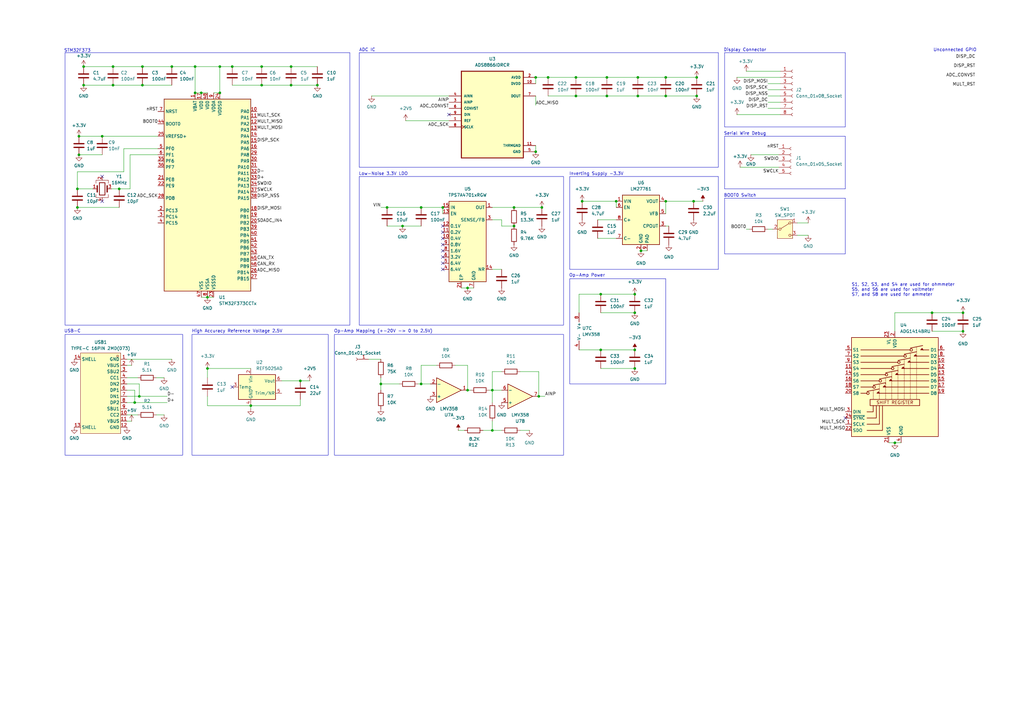
<source format=kicad_sch>
(kicad_sch (version 20250114) (generator "eeschema") (generator_version "9.0")
  (paper "A3")
  (rectangle (start 26.67 21.59) (end 143.51 133.35))
  (rectangle (start 297.18 21.59) (end 346.71 52.07))
  (rectangle (start 297.18 55.88) (end 346.71 77.47))
  (rectangle (start 147.32 21.59) (end 294.64 68.58))
  (rectangle (start 233.68 72.39) (end 294.64 110.49))
  (rectangle (start 233.68 114.3) (end 273.05 157.48))
  (rectangle (start 297.18 81.28) (end 346.71 104.14))
  (rectangle (start 78.74 137.16) (end 134.62 186.69))
  (rectangle (start 147.32 72.39) (end 231.14 133.35))
  (rectangle (start 26.67 137.16) (end 74.93 186.69))
  (rectangle (start 137.16 137.16) (end 231.14 186.69))
  (text "USB-C\n" (at 29.718 135.89 0) (effects (font (size 1.27 1.27))))
  (text "S1, S2, S3, and S4 are used for ohmmeter\nS5, and S6 are used for voltmeter\nS7, and S8 are used for ammeter" (at 349.25 118.872 0) (effects (font (size 1.27 1.27)) (justify left)))
  (text "Low-Noise 3.3V LDO" (at 157.226 71.374 0) (effects (font (size 1.27 1.27))))
  (text "High Accuracy Reference Voltage 2.5V\n" (at 97.282 135.89 0) (effects (font (size 1.27 1.27))))
  (text "Op-Amp Power" (at 240.792 113.03 0) (effects (font (size 1.27 1.27))))
  (text "BOOT0 Switch\n" (at 303.53 80.264 0) (effects (font (size 1.27 1.27))))
  (text "Unconnected GPIO\n" (at 391.668 20.574 0) (effects (font (size 1.27 1.27))))
  (text "Op-Amp Mapping (+-20V -> 0 to 2.5V)" (at 157.226 135.89 0) (effects (font (size 1.27 1.27))))
  (text "Display Connector\n" (at 305.562 20.574 0) (effects (font (size 1.27 1.27))))
  (text "ADC IC" (at 150.622 20.574 0) (effects (font (size 1.27 1.27))))
  (text "STM32F373" (at 31.75 20.828 0) (effects (font (size 1.27 1.27))))
  (text "Serial Wire Debug\n" (at 305.562 54.864 0) (effects (font (size 1.27 1.27))))
  (text "Inverting Supply -3.3V\n" (at 244.602 71.374 0) (effects (font (size 1.27 1.27))))
  (junction (at 260.35 143.51))
  (junction (at 260.35 151.13))
  (junction (at 32.385 63.5))
  (junction (at 236.22 31.75))
  (junction (at 58.42 27.305))
  (junction (at 273.05 39.37))
  (junction (at 31.75 85.09))
  (junction (at 219.71 62.23))
  (junction (at 238.76 82.55))
  (junction (at 172.72 157.48))
  (junction (at 46.355 27.305))
  (junction (at 219.71 31.75))
  (junction (at 220.98 162.56))
  (junction (at 210.82 85.09))
  (junction (at 284.48 82.55))
  (junction (at 82.55 38.1))
  (junction (at 260.35 120.65))
  (junction (at 236.22 39.37))
  (junction (at 31.75 77.47))
  (junction (at 191.77 118.11))
  (junction (at 285.75 31.75))
  (junction (at 70.485 27.305))
  (junction (at 260.35 128.27))
  (junction (at 85.09 151.13))
  (junction (at 34.29 34.925))
  (junction (at 394.97 135.89))
  (junction (at 394.97 128.27))
  (junction (at 55.245 165.1))
  (junction (at 58.42 34.925))
  (junction (at 46.355 34.925))
  (junction (at 80.01 27.305))
  (junction (at 285.75 39.37))
  (junction (at 57.15 162.56))
  (junction (at 246.38 120.65))
  (junction (at 246.38 143.51))
  (junction (at 90.17 27.305))
  (junction (at 90.17 38.1))
  (junction (at 248.92 31.75))
  (junction (at 119.38 34.925))
  (junction (at 261.62 31.75))
  (junction (at 48.895 77.47))
  (junction (at 123.19 156.21))
  (junction (at 102.87 166.37))
  (junction (at 156.21 157.48))
  (junction (at 273.05 31.75))
  (junction (at 34.29 27.305))
  (junction (at 172.72 85.09))
  (junction (at 252.73 82.55))
  (junction (at 262.89 102.87))
  (junction (at 85.09 121.92))
  (junction (at 201.93 160.02))
  (junction (at 261.62 39.37))
  (junction (at 367.03 181.61))
  (junction (at 210.82 92.71))
  (junction (at 80.01 38.1))
  (junction (at 107.315 27.305))
  (junction (at 382.27 128.27))
  (junction (at 32.385 55.88))
  (junction (at 248.92 39.37))
  (junction (at 181.61 85.09))
  (junction (at 158.75 85.09))
  (junction (at 201.93 176.53))
  (junction (at 41.91 55.88))
  (junction (at 165.1 92.71))
  (junction (at 273.05 82.55))
  (junction (at 107.315 34.925))
  (junction (at 224.79 31.75))
  (junction (at 119.38 27.305))
  (junction (at 130.175 34.925))
  (junction (at 222.25 85.09))
  (junction (at 95.25 27.305))
  (junction (at 191.77 160.02))
  (no_connect (at 41.91 72.39))
  (no_connect (at 346.71 171.45))
  (no_connect (at 95.25 158.75))
  (no_connect (at 181.61 100.33))
  (no_connect (at 181.61 102.87))
  (no_connect (at 181.61 107.95))
  (no_connect (at 41.91 82.55))
  (no_connect (at 184.15 46.99))
  (no_connect (at 181.61 97.79))
  (no_connect (at 181.61 110.49))
  (no_connect (at 181.61 95.25))
  (no_connect (at 181.61 92.71))
  (no_connect (at 181.61 105.41))
  (wire (pts (xy 102.87 166.37) (xy 123.19 166.37)))
  (wire (pts (xy 70.485 27.305) (xy 80.01 27.305)))
  (wire (pts (xy 201.93 152.4) (xy 201.93 160.02)))
  (wire (pts (xy 50.8 60.96) (xy 50.8 70.485)))
  (wire (pts (xy 158.75 85.09) (xy 172.72 85.09)))
  (wire (pts (xy 238.76 82.55) (xy 252.73 82.55)))
  (wire (pts (xy 245.11 90.17) (xy 252.73 90.17)))
  (wire (pts (xy 52.07 172.72) (xy 53.975 172.72)))
  (wire (pts (xy 284.48 82.55) (xy 288.29 82.55)))
  (wire (pts (xy 273.05 92.71) (xy 274.32 92.71)))
  (wire (pts (xy 237.49 120.65) (xy 246.38 120.65)))
  (wire (pts (xy 123.19 156.21) (xy 127 156.21)))
  (wire (pts (xy 191.77 160.02) (xy 193.04 160.02)))
  (wire (pts (xy 252.73 82.55) (xy 252.73 85.09)))
  (wire (pts (xy 246.38 151.13) (xy 260.35 151.13)))
  (wire (pts (xy 224.79 39.37) (xy 236.22 39.37)))
  (wire (pts (xy 367.03 181.61) (xy 369.57 181.61)))
  (wire (pts (xy 53.34 77.47) (xy 53.34 63.5)))
  (wire (pts (xy 213.36 152.4) (xy 220.98 152.4)))
  (wire (pts (xy 262.89 102.87) (xy 265.43 102.87)))
  (wire (pts (xy 201.93 176.53) (xy 205.74 176.53)))
  (wire (pts (xy 219.71 31.75) (xy 224.79 31.75)))
  (wire (pts (xy 52.07 160.02) (xy 55.245 160.02)))
  (wire (pts (xy 201.93 160.02) (xy 201.93 165.1)))
  (wire (pts (xy 314.96 93.98) (xy 316.865 93.98)))
  (wire (pts (xy 394.97 128.27) (xy 382.27 128.27)))
  (wire (pts (xy 58.42 27.305) (xy 70.485 27.305)))
  (wire (pts (xy 382.27 135.89) (xy 394.97 135.89)))
  (wire (pts (xy 57.15 157.48) (xy 57.15 162.56)))
  (wire (pts (xy 107.315 27.305) (xy 119.38 27.305)))
  (wire (pts (xy 201.93 152.4) (xy 205.74 152.4)))
  (wire (pts (xy 285.75 31.75) (xy 273.05 31.75)))
  (wire (pts (xy 87.63 38.1) (xy 90.17 38.1)))
  (wire (pts (xy 57.15 157.48) (xy 52.07 157.48)))
  (wire (pts (xy 55.245 165.1) (xy 52.07 165.1)))
  (wire (pts (xy 171.45 157.48) (xy 172.72 157.48)))
  (wire (pts (xy 80.01 27.305) (xy 80.01 38.1)))
  (wire (pts (xy 45.72 77.47) (xy 48.895 77.47)))
  (wire (pts (xy 52.07 170.18) (xy 56.515 170.18)))
  (wire (pts (xy 201.93 90.17) (xy 205.74 90.17)))
  (wire (pts (xy 90.17 27.305) (xy 95.25 27.305)))
  (wire (pts (xy 151.13 147.32) (xy 156.21 147.32)))
  (wire (pts (xy 302.26 31.75) (xy 320.04 31.75)))
  (wire (pts (xy 181.61 85.09) (xy 181.61 87.63)))
  (wire (pts (xy 53.34 63.5) (xy 64.77 63.5)))
  (wire (pts (xy 246.38 120.65) (xy 260.35 120.65)))
  (wire (pts (xy 220.98 162.56) (xy 223.52 162.56)))
  (wire (pts (xy 210.82 85.09) (xy 222.25 85.09)))
  (wire (pts (xy 273.05 31.75) (xy 261.62 31.75)))
  (wire (pts (xy 201.93 172.72) (xy 201.93 176.53)))
  (wire (pts (xy 172.72 85.09) (xy 181.61 85.09)))
  (wire (pts (xy 156.21 157.48) (xy 156.21 160.02)))
  (wire (pts (xy 85.09 154.94) (xy 85.09 151.13)))
  (wire (pts (xy 246.38 128.27) (xy 260.35 128.27)))
  (wire (pts (xy 48.895 77.47) (xy 53.34 77.47)))
  (wire (pts (xy 52.07 147.32) (xy 70.485 147.32)))
  (wire (pts (xy 102.87 167.64) (xy 102.87 166.37)))
  (wire (pts (xy 34.29 34.925) (xy 46.355 34.925)))
  (wire (pts (xy 187.96 176.53) (xy 190.5 176.53)))
  (wire (pts (xy 201.93 110.49) (xy 205.74 110.49)))
  (wire (pts (xy 198.12 176.53) (xy 201.93 176.53)))
  (wire (pts (xy 55.245 165.1) (xy 68.58 165.1)))
  (wire (pts (xy 172.72 149.86) (xy 172.72 157.48)))
  (wire (pts (xy 217.17 176.53) (xy 213.36 176.53)))
  (wire (pts (xy 327.025 96.52) (xy 331.47 96.52)))
  (wire (pts (xy 246.38 143.51) (xy 260.35 143.51)))
  (wire (pts (xy 41.91 55.88) (xy 64.77 55.88)))
  (wire (pts (xy 82.55 121.92) (xy 85.09 121.92)))
  (wire (pts (xy 314.96 44.45) (xy 320.04 44.45)))
  (wire (pts (xy 31.75 70.485) (xy 31.75 77.47)))
  (wire (pts (xy 327.025 91.44) (xy 331.47 91.44)))
  (wire (pts (xy 31.75 77.47) (xy 38.1 77.47)))
  (wire (pts (xy 382.27 128.27) (xy 367.03 128.27)))
  (wire (pts (xy 32.385 55.88) (xy 41.91 55.88)))
  (wire (pts (xy 52.07 149.86) (xy 53.975 149.86)))
  (wire (pts (xy 236.22 31.75) (xy 248.92 31.75)))
  (wire (pts (xy 248.92 31.75) (xy 261.62 31.75)))
  (wire (pts (xy 314.96 41.91) (xy 320.04 41.91)))
  (wire (pts (xy 119.38 34.925) (xy 107.315 34.925)))
  (wire (pts (xy 156.21 157.48) (xy 163.83 157.48)))
  (wire (pts (xy 314.96 36.83) (xy 320.04 36.83)))
  (wire (pts (xy 200.66 160.02) (xy 201.93 160.02)))
  (wire (pts (xy 201.93 85.09) (xy 210.82 85.09)))
  (wire (pts (xy 364.49 181.61) (xy 367.03 181.61)))
  (wire (pts (xy 123.19 163.83) (xy 123.19 166.37)))
  (wire (pts (xy 85.09 121.92) (xy 87.63 121.92)))
  (wire (pts (xy 166.37 49.53) (xy 184.15 49.53)))
  (wire (pts (xy 95.25 27.305) (xy 107.315 27.305)))
  (wire (pts (xy 189.23 118.11) (xy 191.77 118.11)))
  (wire (pts (xy 237.49 143.51) (xy 246.38 143.51)))
  (wire (pts (xy 52.07 162.56) (xy 57.15 162.56)))
  (wire (pts (xy 80.01 27.305) (xy 90.17 27.305)))
  (wire (pts (xy 248.92 39.37) (xy 261.62 39.37)))
  (wire (pts (xy 119.38 34.925) (xy 130.175 34.925)))
  (wire (pts (xy 172.72 157.48) (xy 176.53 157.48)))
  (wire (pts (xy 156.21 85.09) (xy 158.75 85.09)))
  (wire (pts (xy 80.01 38.1) (xy 82.55 38.1)))
  (wire (pts (xy 191.77 118.11) (xy 194.31 118.11)))
  (wire (pts (xy 152.4 39.37) (xy 184.15 39.37)))
  (wire (pts (xy 248.92 39.37) (xy 236.22 39.37)))
  (wire (pts (xy 64.135 154.94) (xy 67.31 154.94)))
  (wire (pts (xy 306.07 29.21) (xy 320.04 29.21)))
  (wire (pts (xy 50.8 70.485) (xy 31.75 70.485)))
  (wire (pts (xy 219.71 43.18) (xy 219.71 39.37)))
  (wire (pts (xy 273.05 82.55) (xy 273.05 87.63)))
  (wire (pts (xy 302.26 46.99) (xy 320.04 46.99)))
  (wire (pts (xy 205.74 160.02) (xy 201.93 160.02)))
  (wire (pts (xy 34.29 27.305) (xy 46.355 27.305)))
  (wire (pts (xy 64.135 170.18) (xy 67.31 170.18)))
  (wire (pts (xy 303.53 68.58) (xy 319.405 68.58)))
  (wire (pts (xy 307.975 63.5) (xy 319.405 63.5)))
  (wire (pts (xy 306.07 93.98) (xy 307.34 93.98)))
  (wire (pts (xy 314.96 34.29) (xy 320.04 34.29)))
  (wire (pts (xy 85.09 151.13) (xy 102.87 151.13)))
  (wire (pts (xy 85.09 162.56) (xy 85.09 166.37)))
  (wire (pts (xy 156.21 154.94) (xy 156.21 157.48)))
  (wire (pts (xy 107.315 34.925) (xy 95.25 34.925)))
  (wire (pts (xy 237.49 128.27) (xy 237.49 120.65)))
  (wire (pts (xy 165.1 92.71) (xy 172.72 92.71)))
  (wire (pts (xy 273.05 82.55) (xy 284.48 82.55)))
  (wire (pts (xy 50.8 60.96) (xy 64.77 60.96)))
  (wire (pts (xy 31.75 85.09) (xy 48.895 85.09)))
  (wire (pts (xy 46.355 27.305) (xy 58.42 27.305)))
  (wire (pts (xy 219.71 59.69) (xy 219.71 62.23)))
  (wire (pts (xy 205.74 92.71) (xy 210.82 92.71)))
  (wire (pts (xy 367.03 128.27) (xy 367.03 135.89)))
  (wire (pts (xy 245.11 97.79) (xy 252.73 97.79)))
  (wire (pts (xy 55.245 160.02) (xy 55.245 165.1)))
  (wire (pts (xy 85.09 38.1) (xy 82.55 38.1)))
  (wire (pts (xy 90.17 27.305) (xy 90.17 38.1)))
  (wire (pts (xy 220.98 152.4) (xy 220.98 162.56)))
  (wire (pts (xy 314.96 39.37) (xy 320.04 39.37)))
  (wire (pts (xy 186.69 149.86) (xy 191.77 149.86)))
  (wire (pts (xy 158.75 92.71) (xy 165.1 92.71)))
  (wire (pts (xy 58.42 34.925) (xy 70.485 34.925)))
  (wire (pts (xy 85.09 166.37) (xy 102.87 166.37)))
  (wire (pts (xy 273.05 39.37) (xy 261.62 39.37)))
  (wire (pts (xy 224.79 31.75) (xy 236.22 31.75)))
  (wire (pts (xy 179.07 149.86) (xy 172.72 149.86)))
  (wire (pts (xy 285.75 39.37) (xy 273.05 39.37)))
  (wire (pts (xy 119.38 27.305) (xy 130.175 27.305)))
  (wire (pts (xy 57.15 162.56) (xy 68.58 162.56)))
  (wire (pts (xy 46.355 34.925) (xy 58.42 34.925)))
  (wire (pts (xy 32.385 63.5) (xy 41.91 63.5)))
  (wire (pts (xy 52.07 154.94) (xy 56.515 154.94)))
  (wire (pts (xy 219.71 31.75) (xy 219.71 34.29)))
  (wire (pts (xy 191.77 149.86) (xy 191.77 160.02)))
  (wire (pts (xy 205.74 90.17) (xy 205.74 92.71)))
  (wire (pts (xy 115.57 156.21) (xy 123.19 156.21)))
  (label "D+" (at 105.41 73.66 0))
  (label "SDADC_IN4" (at 105.41 91.44 0))
  (label "AINP" (at 184.15 41.91 180))
  (label "MULT_MOSI" (at 346.71 168.91 180))
  (label "SWCLK" (at 319.405 71.12 180))
  (label "ADC_SCK" (at 64.77 81.28 180))
  (label "DISP_SCK" (at 105.41 58.42 0))
  (label "VIN" (at 156.21 85.09 180))
  (label "D-" (at 68.58 162.56 0))
  (label "DISP_SCK" (at 314.96 36.83 180))
  (label "MULT_MOSI" (at 105.41 53.34 0))
  (label "BOOT0" (at 64.77 50.8 180))
  (label "MULT_RST" (at 400.05 35.56 180))
  (label "nRST" (at 319.405 60.96 180))
  (label "MULT_SCK" (at 105.41 48.26 0))
  (label "MULT_SCK" (at 346.71 173.99 180))
  (label "AINP" (at 223.52 162.56 0))
  (label "DISP_RST" (at 314.96 44.45 180))
  (label "MULT_MISO" (at 346.71 176.53 180))
  (label "D+" (at 68.58 165.1 0))
  (label "ADC_MISO" (at 105.41 111.76 0))
  (label "BOOT0" (at 306.07 93.98 180))
  (label "DISP_MOSI" (at 314.96 34.29 180))
  (label "CAN_RX" (at 105.41 109.22 0))
  (label "ADC_CONVST" (at 184.15 44.45 180))
  (label "SWDIO" (at 105.41 76.2 0))
  (label "nRST" (at 64.77 45.72 180))
  (label "ADC_CONVST" (at 400.05 31.75 180))
  (label "SWDIO" (at 319.405 66.04 180))
  (label "DISP_NSS" (at 105.41 81.28 0))
  (label "DISP_MOSI" (at 105.41 86.36 0))
  (label "SWCLK" (at 105.41 78.74 0))
  (label "DISP_NSS" (at 314.96 39.37 180))
  (label "ADC_MISO" (at 219.71 43.18 0))
  (label "CAN_TX" (at 105.41 106.68 0))
  (label "MULT_MISO" (at 105.41 50.8 0))
  (label "ADC_SCK" (at 184.15 52.07 180))
  (label "D-" (at 105.41 71.12 0))
  (label "DISP_DC" (at 314.96 41.91 180))
  (label "DISP_DC" (at 400.05 24.13 180))
  (label "DISP_RST" (at 400.05 27.94 180))
  (symbol (lib_id "Device:C") (at 130.175 31.115 0) (unit 1)
    (property "Reference" "C10" (at 133.985 29.8449 0) (effects (justify left)))
    (property "Value" "1uF" (at 133.985 32.3849 0) (effects (justify left)))
    (property "Description" "Unpolarized capacitor" (effects (hide yes)))
  )
  (symbol (lib_id "Device:C") (at 224.79 35.56 0) (unit 1)
    (property "Reference" "C22" (at 228.6 34.2899 0) (effects (justify left)))
    (property "Value" "10nF" (at 228.6 36.8299 0) (effects (justify left)))
    (property "Description" "Unpolarized capacitor" (effects (hide yes)))
  )
  (symbol (lib_id "power:GND") (at 30.48 175.26 0) (unit 1)
    (property "Reference" "#PWR010" (effects (hide yes)))
    (property "Value" "GND" (at 30.48 179.705 0))
    (property "Description" "Power symbol creates a global label with name \"GND\" , ground" (effects (hide yes)))
  )
  (symbol (lib_id "Device:C") (at 260.35 147.32 0) (unit 1)
    (property "Reference" "C34" (at 264.16 146.0499 0) (effects (justify left)))
    (property "Value" "1uF" (at 264.16 148.5899 0) (effects (justify left)))
    (property "Description" "Unpolarized capacitor" (effects (hide yes)))
  )
  (symbol (lib_id "power:+3.3V") (at 260.35 120.65 0) (unit 1)
    (property "Reference" "#PWR047" (effects (hide yes)))
    (property "Value" "+3.3V" (at 260.35 115.57 0))
    (property "Description" "Power symbol creates a global label with name \"+3.3V\"" (effects (hide yes)))
  )
  (symbol (lib_id "power:GND") (at 210.82 100.33 0) (mirror y) (unit 1)
    (property "Reference" "#PWR035" (effects (hide yes)))
    (property "Value" "GND" (at 210.82 104.775 0))
    (property "Description" "Power symbol creates a global label with name \"GND\" , ground" (effects (hide yes)))
  )
  (symbol (lib_id "Device:C") (at 246.38 124.46 0) (unit 1)
    (property "Reference" "C31" (at 250.19 123.1899 0) (effects (justify left)))
    (property "Value" "100nF" (at 250.19 125.7299 0) (effects (justify left)))
    (property "Description" "Unpolarized capacitor" (effects (hide yes)))
  )
  (symbol (lib_id "Device:C") (at 245.11 93.98 0) (unit 1)
    (property "Reference" "C15" (at 248.92 92.7099 0) (effects (justify left)))
    (property "Value" "1uF" (at 248.92 95.2499 0) (effects (justify left)))
    (property "Description" "Unpolarized capacitor" (effects (hide yes)))
  )
  (symbol (lib_id "power:GND") (at 285.75 39.37 0) (mirror y) (unit 1)
    (property "Reference" "#PWR030" (effects (hide yes)))
    (property "Value" "GND" (at 285.75 43.815 0))
    (property "Description" "Power symbol creates a global label with name \"GND\" , ground" (effects (hide yes)))
  )
  (symbol (lib_id "power:GND") (at 30.48 147.32 0) (unit 1)
    (property "Reference" "#PWR09" (effects (hide yes)))
    (property "Value" "GND" (at 30.48 151.765 0))
    (property "Description" "Power symbol creates a global label with name \"GND\" , ground" (effects (hide yes)))
  )
  (symbol (lib_id "power:GND") (at 262.89 102.87 0) (unit 1)
    (property "Reference" "#PWR042" (effects (hide yes)))
    (property "Value" "GND" (at 262.89 107.95 0))
    (property "Description" "Power symbol creates a global label with name \"GND\" , ground" (effects (hide yes)))
  )
  (symbol (lib_id "power:+2V5") (at 127 156.21 0) (unit 1)
    (property "Reference" "#PWR039" (effects (hide yes)))
    (property "Value" "+2V5" (at 127 151.13 0))
    (property "Description" "Power symbol creates a global label with name \"+2V5\"" (effects (hide yes)))
  )
  (symbol (lib_id "power:+3.3V") (at 331.47 91.44 0) (unit 1)
    (property "Reference" "#PWR017" (effects (hide yes)))
    (property "Value" "+3.3V" (at 331.47 86.995 0))
    (property "Description" "Power symbol creates a global label with name \"+3.3V\"" (effects (hide yes)))
  )
  (symbol (lib_id "Device:C") (at 34.29 31.115 0) (unit 1)
    (property "Reference" "C1" (at 38.1 29.8449 0) (effects (justify left)))
    (property "Value" "4.7uF" (at 38.1 32.3849 0) (effects (justify left)))
    (property "Description" "Unpolarized capacitor" (effects (hide yes)))
  )
  (symbol (lib_id "power:GND") (at 302.26 31.75 0) (unit 1)
    (property "Reference" "#PWR024" (effects (hide yes)))
    (property "Value" "GND" (at 302.26 36.195 0))
    (property "Description" "Power symbol creates a global label with name \"GND\" , ground" (effects (hide yes)))
  )
  (symbol (lib_id "power:GND") (at 260.35 128.27 0) (mirror y) (unit 1)
    (property "Reference" "#PWR046" (effects (hide yes)))
    (property "Value" "GND" (at 260.35 132.715 0))
    (property "Description" "Power symbol creates a global label with name \"GND\" , ground" (effects (hide yes)))
  )
  (symbol (lib_id "Reference_Voltage:REF5025AD") (at 105.41 158.75 0) (unit 1)
    (property "Reference" "U2" (at 105.0133 148.59 0) (effects (justify left)))
    (property "Value" "REF5025AD" (at 105.0133 151.13 0) (effects (justify left)))
    (property "Footprint" "Package_SO:SOIC-8_3.9x4.9mm_P1.27mm" (effects (hide yes)))
    (property "Datasheet" "http://www.ti.com/lit/ds/symlink/ref5030.pdf" (effects (hide yes)))
    (property "Description" "2.5V 0.1% 10mA Low Noise Precision Voltage Reference, SO-8" (effects (hide yes)))
  )
  (symbol (lib_id "power:+2V5") (at 166.37 49.53 0) (unit 1)
    (property "Reference" "#PWR026" (effects (hide yes)))
    (property "Value" "+2V5" (at 166.37 44.45 0))
    (property "Description" "Power symbol creates a global label with name \"+2V5\"" (effects (hide yes)))
  )
  (symbol (lib_id "Device:R") (at 194.31 176.53 270) (unit 1)
    (property "Reference" "R12" (at 195.961 182.499 90) (effects (justify right)))
    (property "Value" "8.2K" (at 196.85 180.086 90) (effects (justify right)))
    (property "Description" "Resistor" (effects (hide yes)))
  )
  (symbol (lib_id "Device:C") (at 172.72 88.9 0) (unit 1)
    (property "Reference" "C17" (at 176.53 87.6299 0) (effects (justify left)))
    (property "Value" "100nF" (at 176.53 90.1699 0) (effects (justify left)))
    (property "Description" "Unpolarized capacitor" (effects (hide yes)))
  )
  (symbol (lib_id "power:GND") (at 222.25 92.71 0) (mirror y) (unit 1)
    (property "Reference" "#PWR036" (effects (hide yes)))
    (property "Value" "GND" (at 222.25 97.155 0))
    (property "Description" "Power symbol creates a global label with name \"GND\" , ground" (effects (hide yes)))
  )
  (symbol (lib_id "Device:R") (at 210.82 88.9 0) (unit 1)
    (property "Reference" "R5" (at 213.36 87.6299 0) (effects (justify left)))
    (property "Value" "13.3K" (at 213.36 90.1699 0) (effects (justify left)))
    (property "Description" "Resistor" (effects (hide yes)))
  )
  (symbol (lib_id "Device:C") (at 246.38 147.32 0) (unit 1)
    (property "Reference" "C33" (at 250.19 146.0499 0) (effects (justify left)))
    (property "Value" "100nF" (at 250.19 148.5899 0) (effects (justify left)))
    (property "Description" "Unpolarized capacitor" (effects (hide yes)))
  )
  (symbol (lib_id "power:-3V3") (at 288.29 82.55 0) (unit 1)
    (property "Reference" "#PWR044" (effects (hide yes)))
    (property "Value" "-3V3" (at 288.29 77.47 0))
    (property "Description" "Power symbol creates a global label with name \"-3V3\"" (effects (hide yes)))
  )
  (symbol (lib_id "Connector:Conn_01x08_Socket") (at 325.12 36.83 0) (unit 1)
    (property "Reference" "J2" (at 326.39 36.8299 0) (effects (justify left)))
    (property "Value" "Conn_01x08_Socket" (at 326.39 39.3699 0) (effects (justify left)))
    (property "Description" "Generic connector, single row, 01x08, script generated" (effects (hide yes)))
  )
  (symbol (lib_id "Device:C") (at 95.25 31.115 0) (unit 1)
    (property "Reference" "C7" (at 99.06 29.8449 0) (effects (justify left)))
    (property "Value" "10nF" (at 99.06 32.3849 0) (effects (justify left)))
    (property "Description" "Unpolarized capacitor" (effects (hide yes)))
  )
  (symbol (lib_id "Device:C") (at 394.97 132.08 0) (unit 1)
    (property "Reference" "C25" (at 398.78 130.8099 0) (effects (justify left)))
    (property "Value" "1uF" (at 398.78 133.3499 0) (effects (justify left)))
    (property "Description" "Unpolarized capacitor" (effects (hide yes)))
  )
  (symbol (lib_id "power:+3.3V") (at 303.53 68.58 0) (unit 1)
    (property "Reference" "#PWR08" (effects (hide yes)))
    (property "Value" "+3.3V" (at 303.53 64.135 0))
    (property "Description" "Power symbol creates a global label with name \"+3.3V\"" (effects (hide yes)))
  )
  (symbol (lib_id "Device:C") (at 222.25 88.9 0) (unit 1)
    (property "Reference" "C27" (at 226.06 87.6299 0) (effects (justify left)))
    (property "Value" "1uF" (at 226.06 90.1699 0) (effects (justify left)))
    (property "Description" "Unpolarized capacitor" (effects (hide yes)))
  )
  (symbol (lib_id "Device:R") (at 209.55 176.53 270) (unit 1)
    (property "Reference" "R13" (at 211.201 182.499 90) (effects (justify right)))
    (property "Value" "10K" (at 211.201 179.959 90) (effects (justify right)))
    (property "Description" "Resistor" (effects (hide yes)))
  )
  (symbol (lib_id "power:GND") (at 52.07 175.26 0) (unit 1)
    (property "Reference" "#PWR011" (effects (hide yes)))
    (property "Value" "GND" (at 52.07 179.705 0))
    (property "Description" "Power symbol creates a global label with name \"GND\" , ground" (effects (hide yes)))
  )
  (symbol (lib_id "Device:C") (at 382.27 132.08 0) (unit 1)
    (property "Reference" "C24" (at 386.08 130.8099 0) (effects (justify left)))
    (property "Value" "100nF" (at 386.08 133.3499 0) (effects (justify left)))
    (property "Description" "Unpolarized capacitor" (effects (hide yes)))
  )
  (symbol (lib_id "Device:C") (at 274.32 96.52 0) (unit 1)
    (property "Reference" "C29" (at 278.13 95.2499 0) (effects (justify left)))
    (property "Value" "4.7uF" (at 278.13 97.7899 0) (effects (justify left)))
    (property "Description" "Unpolarized capacitor" (effects (hide yes)))
  )
  (symbol (lib_id "Amplifier_Operational:LMV358") (at 240.03 135.89 0) (unit 3)
    (property "Reference" "U7" (at 238.76 134.6199 0) (effects (justify left)))
    (property "Value" "LMV358" (at 238.76 137.1599 0) (effects (justify left)))
    (property "Datasheet" "http://www.ti.com/lit/ds/symlink/lmv324.pdf" (effects (hide yes)))
    (property "Description" "Dual Low-Voltage Rail-to-Rail Output Operational Amplifiers, SOIC-8/SSOP-8" (effects (hide yes)))
  )
  (symbol (lib_id "power:GND") (at 217.17 176.53 0) (unit 1)
    (property "Reference" "#PWR051" (effects (hide yes)))
    (property "Value" "GND" (at 217.17 181.61 0))
    (property "Description" "Power symbol creates a global label with name \"GND\" , ground" (effects (hide yes)))
  )
  (symbol (lib_id "Device:C") (at 48.895 81.28 0) (unit 1)
    (property "Reference" "C12" (at 52.07 80.01 0) (effects (justify left)))
    (property "Value" "10pF" (at 52.07 82.55 0) (effects (justify left)))
    (property "Description" "Unpolarized capacitor" (effects (hide yes)))
  )
  (symbol (lib_id "Connector:Conn_01x05_Socket") (at 324.485 66.04 0) (unit 1)
    (property "Reference" "J1" (at 326.39 64.7699 0) (effects (justify left)))
    (property "Value" "Conn_01x05_Socket" (at 326.39 67.3099 0) (effects (justify left)))
    (property "Description" "Generic connector, single row, 01x05, script generated" (effects (hide yes)))
  )
  (symbol (lib_id "power:+3.3V") (at 394.97 128.27 0) (unit 1)
    (property "Reference" "#PWR031" (effects (hide yes)))
    (property "Value" "+3.3V" (at 394.97 123.19 0))
    (property "Description" "Power symbol creates a global label with name \"+3.3V\"" (effects (hide yes)))
  )
  (symbol (lib_id "power:GND") (at 130.175 34.925 0) (mirror y) (unit 1)
    (property "Reference" "#PWR02" (effects (hide yes)))
    (property "Value" "GND" (at 130.175 39.37 0))
    (property "Description" "Power symbol creates a global label with name \"GND\" , ground" (effects (hide yes)))
  )
  (symbol (lib_id "Device:R") (at 156.21 151.13 0) (unit 1)
    (property "Reference" "R6" (at 158.75 149.8599 0) (effects (justify left)))
    (property "Value" "75K" (at 158.75 152.3999 0) (effects (justify left)))
    (property "Description" "Resistor" (effects (hide yes)))
  )
  (symbol (lib_id "Switch:SW_SPDT") (at 321.945 93.98 0) (unit 1)
    (property "Reference" "SW1" (at 321.945 85.725 0))
    (property "Value" "SW_SPDT" (at 321.945 88.265 0))
    (property "Description" "Switch, single pole double throw" (effects (hide yes)))
  )
  (symbol (lib_id "Amplifier_Operational:LMV358") (at 213.36 162.56 0) (mirror x) (unit 2)
    (property "Reference" "U7" (at 213.36 172.72 0))
    (property "Value" "LMV358" (at 213.36 170.18 0))
    (property "Datasheet" "http://www.ti.com/lit/ds/symlink/lmv324.pdf" (effects (hide yes)))
    (property "Description" "Dual Low-Voltage Rail-to-Rail Output Operational Amplifiers, SOIC-8/SSOP-8" (effects (hide yes)))
  )
  (symbol (lib_id "power:GND") (at 331.47 96.52 0) (unit 1)
    (property "Reference" "#PWR018" (effects (hide yes)))
    (property "Value" "GND" (at 331.47 100.965 0))
    (property "Description" "Power symbol creates a global label with name \"GND\" , ground" (effects (hide yes)))
  )
  (symbol (lib_id "power:-3V3") (at 260.35 143.51 0) (unit 1)
    (property "Reference" "#PWR049" (effects (hide yes)))
    (property "Value" "-3V3" (at 260.35 138.43 0))
    (property "Description" "Power symbol creates a global label with name \"-3V3\"" (effects (hide yes)))
  )
  (symbol (lib_id "Device:R") (at 156.21 163.83 0) (unit 1)
    (property "Reference" "R7" (at 158.75 162.5599 0) (effects (justify left)))
    (property "Value" "10K" (at 158.75 165.0999 0) (effects (justify left)))
    (property "Description" "Resistor" (effects (hide yes)))
  )
  (symbol (lib_id "Device:R") (at 182.88 149.86 90) (unit 1)
    (property "Reference" "R9" (at 182.88 143.51 90))
    (property "Value" "10K" (at 182.88 146.05 90))
    (property "Description" "Resistor" (effects (hide yes)))
  )
  (symbol (lib_id "power:+5V") (at 53.975 149.86 0) (unit 1)
    (property "Reference" "#PWR013" (effects (hide yes)))
    (property "Value" "+5V" (at 53.975 145.415 0))
    (property "Description" "Power symbol creates a global label with name \"+5V\"" (effects (hide yes)))
  )
  (symbol (lib_id "Device:C") (at 248.92 35.56 0) (unit 1)
    (property "Reference" "C19" (at 252.73 34.2899 0) (effects (justify left)))
    (property "Value" "1uF" (at 252.73 36.8299 0) (effects (justify left)))
    (property "Description" "Unpolarized capacitor" (effects (hide yes)))
  )
  (symbol (lib_id "power:GND") (at 238.76 90.17 0) (unit 1)
    (property "Reference" "#PWR041" (effects (hide yes)))
    (property "Value" "GND" (at 238.76 95.25 0))
    (property "Description" "Power symbol creates a global label with name \"GND\" , ground" (effects (hide yes)))
  )
  (symbol (lib_id "Connector:Conn_01x01_Socket") (at 146.05 147.32 180) (unit 1)
    (property "Reference" "J3" (at 146.685 142.24 0))
    (property "Value" "Conn_01x01_Socket" (at 146.685 144.78 0))
    (property "Description" "Generic connector, single row, 01x01, script generated" (effects (hide yes)))
  )
  (symbol (lib_id "Device:R") (at 210.82 96.52 0) (unit 1)
    (property "Reference" "R4" (at 213.36 95.2499 0) (effects (justify left)))
    (property "Value" "9.76K" (at 213.36 97.7899 0) (effects (justify left)))
    (property "Description" "Resistor" (effects (hide yes)))
  )
  (symbol (lib_id "Device:C") (at 85.09 158.75 0) (unit 1)
    (property "Reference" "C13" (at 88.9 157.4799 0) (effects (justify left)))
    (property "Value" "1uF" (at 88.9 160.0199 0) (effects (justify left)))
    (property "Description" "Unpolarized capacitor" (effects (hide yes)))
  )
  (symbol (lib_id "Device:C") (at 205.74 114.3 0) (unit 1)
    (property "Reference" "C26" (at 209.55 113.0299 0) (effects (justify left)))
    (property "Value" "1uF" (at 209.55 115.5699 0) (effects (justify left)))
    (property "Description" "Unpolarized capacitor" (effects (hide yes)))
  )
  (symbol (lib_id "Device:C") (at 58.42 31.115 0) (unit 1)
    (property "Reference" "C3" (at 62.23 29.8449 0) (effects (justify left)))
    (property "Value" "100nF" (at 62.23 32.3849 0) (effects (justify left)))
    (property "Description" "Unpolarized capacitor" (effects (hide yes)))
  )
  (symbol (lib_id "power:GND") (at 156.21 167.64 0) (unit 1)
    (property "Reference" "#PWR050" (effects (hide yes)))
    (property "Value" "GND" (at 156.21 172.085 0))
    (property "Description" "Power symbol creates a global label with name \"GND\" , ground" (effects (hide yes)))
  )
  (symbol (lib_id "Amplifier_Operational:LMV358") (at 184.15 160.02 0) (mirror x) (unit 1)
    (property "Reference" "U7" (at 184.15 170.18 0))
    (property "Value" "LMV358" (at 184.15 167.64 0))
    (property "Datasheet" "http://www.ti.com/lit/ds/symlink/lmv324.pdf" (effects (hide yes)))
    (property "Description" "Dual Low-Voltage Rail-to-Rail Output Operational Amplifiers, SOIC-8/SSOP-8" (effects (hide yes)))
  )
  (symbol (lib_id "Device:C") (at 119.38 31.115 0) (unit 1)
    (property "Reference" "C5" (at 123.19 29.8449 0) (effects (justify left)))
    (property "Value" "1uF" (at 123.19 32.3849 0) (effects (justify left)))
    (property "Description" "Unpolarized capacitor" (effects (hide yes)))
  )
  (symbol (lib_id "power:GND") (at 260.35 151.13 0) (mirror y) (unit 1)
    (property "Reference" "#PWR048" (effects (hide yes)))
    (property "Value" "GND" (at 260.35 155.575 0))
    (property "Description" "Power symbol creates a global label with name \"GND\" , ground" (effects (hide yes)))
  )
  (symbol (lib_id "power:GND") (at 165.1 92.71 0) (mirror y) (unit 1)
    (property "Reference" "#PWR021" (effects (hide yes)))
    (property "Value" "GND" (at 165.1 97.155 0))
    (property "Description" "Power symbol creates a global label with name \"GND\" , ground" (effects (hide yes)))
  )
  (symbol (lib_id "Device:C") (at 158.75 88.9 0) (unit 1)
    (property "Reference" "C16" (at 162.56 87.6299 0) (effects (justify left)))
    (property "Value" "10uF" (at 162.56 90.1699 0) (effects (justify left)))
    (property "Description" "Unpolarized capacitor" (effects (hide yes)))
  )
  (symbol (lib_id "Device:C") (at 70.485 31.115 0) (unit 1)
    (property "Reference" "C4" (at 73.66 29.8449 0) (effects (justify left)))
    (property "Value" "100nF" (at 73.66 32.3849 0) (effects (justify left)))
    (property "Description" "Unpolarized capacitor" (effects (hide yes)))
  )
  (symbol (lib_id "Device:R") (at 196.85 160.02 90) (unit 1)
    (property "Reference" "R10" (at 196.85 153.67 90))
    (property "Value" "10K" (at 196.85 156.21 90))
    (property "Description" "Resistor" (effects (hide yes)))
  )
  (symbol (lib_id "Regulator_Linear:TPS7A4701xRGW") (at 191.77 100.33 0) (unit 1)
    (property "Reference" "U5" (at 191.77 77.47 0))
    (property "Value" "TPS7A4701xRGW" (at 191.77 80.01 0))
    (property "Footprint" "Package_DFN_QFN:Texas_RGW0020A_VQFN-20-1EP_5x5mm_P0.65mm_EP3.15x3.15mm_ThermalVias" (effects (hide yes)))
    (property "Datasheet" "https://www.ti.com/lit/ds/symlink/tps7a47.pdf" (effects (hide yes)))
    (property "Description" "1A, Low-Noise Low-Dropout Voltage Regulator, 3-35V Input, Adjustable 1.4-34V Output, VQFN-20" (effects (hide yes)))
  )
  (symbol (lib_id "Analog_Switch:ADG1414BRU") (at 367.03 158.75 0) (unit 1)
    (property "Reference" "U4" (at 369.1733 133.35 0) (effects (justify left)))
    (property "Value" "ADG1414BRU" (at 369.1733 135.89 0) (effects (justify left)))
    (property "Footprint" "Package_SO:TSSOP-24_4.4x7.8mm_P0.65mm" (effects (hide yes)))
    (property "Datasheet" "https://www.analog.com/media/en/technical-documentation/data-sheets/ADG1414.pdf" (effects (hide yes)))
    (property "Description" "±15V, +12V, ±5V, 9.5 Ohm on resistance, iCMOS Serially-Controlled Octal SPST Switches, TSSOP-24" (effects (hide yes)))
  )
  (symbol (lib_id "power:GND") (at 70.485 147.32 0) (unit 1)
    (property "Reference" "#PWR012" (effects (hide yes)))
    (property "Value" "GND" (at 70.485 151.765 0))
    (property "Description" "Power symbol creates a global label with name \"GND\" , ground" (effects (hide yes)))
  )
  (symbol (lib_id "Device:R") (at 60.325 170.18 90) (unit 1)
    (property "Reference" "R2" (at 60.325 164.465 90))
    (property "Value" "5.1k" (at 60.325 167.005 90))
    (property "Description" "Resistor" (effects (hide yes)))
  )
  (symbol (lib_id "Device:C") (at 236.22 35.56 0) (unit 1)
    (property "Reference" "C18" (at 240.03 34.2899 0) (effects (justify left)))
    (property "Value" "100nF" (at 240.03 36.8299 0) (effects (justify left)))
    (property "Description" "Unpolarized capacitor" (effects (hide yes)))
  )
  (symbol (lib_id "MCU_ST_STM32F3:STM32F373CCTx") (at 85.09 81.28 0) (unit 1)
    (property "Reference" "U1" (at 89.7733 121.92 0) (effects (justify left)))
    (property "Value" "STM32F373CCTx" (at 89.7733 124.46 0) (effects (justify left)))
    (property "Footprint" "Package_QFP:LQFP-48_7x7mm_P0.5mm" (effects (hide yes)))
    (property "Datasheet" "https://www.st.com/resource/en/datasheet/stm32f373cc.pdf" (effects (hide yes)))
    (property "Description" "STMicroelectronics Arm Cortex-M4 MCU, 256KB flash, 32KB RAM, 72 MHz, 2.0-3.6V, 37 GPIO, LQFP48" (effects (hide yes)))
  )
  (symbol (lib_id "power:+5V") (at 53.975 172.72 0) (unit 1)
    (property "Reference" "#PWR014" (effects (hide yes)))
    (property "Value" "+5V" (at 53.975 168.275 0))
    (property "Description" "Power symbol creates a global label with name \"+5V\"" (effects (hide yes)))
  )
  (symbol (lib_id "power:GND") (at 219.71 62.23 0) (mirror y) (unit 1)
    (property "Reference" "#PWR027" (effects (hide yes)))
    (property "Value" "GND" (at 219.71 66.675 0))
    (property "Description" "Power symbol creates a global label with name \"GND\" , ground" (effects (hide yes)))
  )
  (symbol (lib_id "Device:C") (at 46.355 31.115 0) (unit 1)
    (property "Reference" "C2" (at 49.53 29.8449 0) (effects (justify left)))
    (property "Value" "100nF" (at 49.53 32.3849 0) (effects (justify left)))
    (property "Description" "Unpolarized capacitor" (effects (hide yes)))
  )
  (symbol (lib_id "power:GND") (at 31.75 85.09 0) (unit 1)
    (property "Reference" "#PWR019" (effects (hide yes)))
    (property "Value" "GND" (at 31.75 89.535 0))
    (property "Description" "Power symbol creates a global label with name \"GND\" , ground" (effects (hide yes)))
  )
  (symbol (lib_id "Device:C") (at 32.385 59.69 0) (unit 1)
    (property "Reference" "C8" (at 35.56 58.4199 0) (effects (justify left)))
    (property "Value" "1uF" (at 35.56 60.9599 0) (effects (justify left)))
    (property "Description" "Unpolarized capacitor" (effects (hide yes)))
  )
  (symbol (lib_id "power:+3.3V") (at 302.26 46.99 0) (unit 1)
    (property "Reference" "#PWR025" (effects (hide yes)))
    (property "Value" "+3.3V" (at 302.26 41.91 0))
    (property "Description" "Power symbol creates a global label with name \"+3.3V\"" (effects (hide yes)))
  )
  (symbol (lib_id "power:+3.3V") (at 285.75 31.75 0) (unit 1)
    (property "Reference" "#PWR028" (effects (hide yes)))
    (property "Value" "+3.3V" (at 285.75 27.305 0))
    (property "Description" "Power symbol creates a global label with name \"+3.3V\"" (effects (hide yes)))
  )
  (symbol (lib_id "power:GND") (at 205.74 118.11 0) (mirror y) (unit 1)
    (property "Reference" "#PWR022" (effects (hide yes)))
    (property "Value" "GND" (at 205.74 122.555 0))
    (property "Description" "Power symbol creates a global label with name \"GND\" , ground" (effects (hide yes)))
  )
  (symbol (lib_id "power:GND") (at 367.03 181.61 0) (unit 1)
    (property "Reference" "#PWR033" (effects (hide yes)))
    (property "Value" "GND" (at 367.03 186.69 0))
    (property "Description" "Power symbol creates a global label with name \"GND\" , ground" (effects (hide yes)))
  )
  (symbol (lib_id "Device:C") (at 41.91 59.69 0) (unit 1)
    (property "Reference" "C9" (at 44.45 58.42 0) (effects (justify left)))
    (property "Value" "10nF" (at 44.45 60.96 0) (effects (justify left)))
    (property "Description" "Unpolarized capacitor" (effects (hide yes)))
  )
  (symbol (lib_id "power:GND") (at 152.4 39.37 0) (mirror y) (unit 1)
    (property "Reference" "#PWR029" (effects (hide yes)))
    (property "Value" "GND" (at 152.4 43.815 0))
    (property "Description" "Power symbol creates a global label with name \"GND\" , ground" (effects (hide yes)))
  )
  (symbol (lib_id "Device:R") (at 60.325 154.94 90) (unit 1)
    (property "Reference" "R1" (at 60.325 149.225 90))
    (property "Value" "5.1k" (at 60.325 151.765 90))
    (property "Description" "Resistor" (effects (hide yes)))
  )
  (symbol (lib_id "power:+3.3V") (at 306.07 29.21 0) (unit 1)
    (property "Reference" "#PWR023" (effects (hide yes)))
    (property "Value" "+3.3V" (at 305.816 25.146 0))
    (property "Description" "Power symbol creates a global label with name \"+3.3V\"" (effects (hide yes)))
  )
  (symbol (lib_id "Rocketry_Easyeda:TYPE-C16PIN2MD(073)") (at 40.64 161.29 0) (mirror y) (unit 1)
    (property "Reference" "USB1" (at 41.275 140.335 0))
    (property "Value" "TYPE-C 16PIN 2MD(073)" (at 41.275 142.875 0))
    (property "Footprint" "Rocketry_Easyeda:USB-C-SMD_TYPE-C-6PIN-2MD-073" (effects (hide yes)))
    (property "LCSC Part" "C2765186" (effects (hide yes)))
  )
  (symbol (lib_id "Regulator_SwitchedCapacitor:LM27761") (at 262.89 90.17 0) (unit 1)
    (property "Reference" "U6" (at 262.89 74.93 0))
    (property "Value" "LM27761" (at 262.89 77.47 0))
    (property "Footprint" "Package_SON:WSON-8-1EP_2x2mm_P0.5mm_EP0.9x1.6mm" (effects (hide yes)))
    (property "Datasheet" "http://www.ti.com/lit/ds/symlink/lm27761.pdf" (effects (hide yes)))
    (property "Description" "low-noise regulated switched-capacitor voltage inverter with 2.7V-5.5V input to -1.5 to -5V Output Voltage, WSON-8" (effects (hide yes)))
  )
  (symbol (lib_id "Device:R") (at 311.15 93.98 90) (unit 1)
    (property "Reference" "R3" (at 311.15 88.265 90))
    (property "Value" "10k" (at 311.15 90.805 90))
    (property "Description" "Resistor" (effects (hide yes)))
  )
  (symbol (lib_id "power:GND") (at 67.31 154.94 0) (unit 1)
    (property "Reference" "#PWR016" (effects (hide yes)))
    (property "Value" "GND" (at 67.31 159.385 0))
    (property "Description" "Power symbol creates a global label with name \"GND\" , ground" (effects (hide yes)))
  )
  (symbol (lib_id "power:GND") (at 176.53 162.56 0) (unit 1)
    (property "Reference" "#PWR054" (effects (hide yes)))
    (property "Value" "GND" (at 176.53 167.64 0))
    (property "Description" "Power symbol creates a global label with name \"GND\" , ground" (effects (hide yes)))
  )
  (symbol (lib_id "Device:C") (at 31.75 81.28 0) (unit 1)
    (property "Reference" "C11" (at 35.56 80.01 0) (effects (justify left)))
    (property "Value" "10pF" (at 35.56 82.55 0) (effects (justify left)))
    (property "Description" "Unpolarized capacitor" (effects (hide yes)))
  )
  (symbol (lib_id "Device:R") (at 167.64 157.48 90) (unit 1)
    (property "Reference" "R8" (at 167.64 151.13 90))
    (property "Value" "10K" (at 167.64 153.67 90))
    (property "Description" "Resistor" (effects (hide yes)))
  )
  (symbol (lib_id "Device:Crystal_GND24") (at 41.91 77.47 0) (unit 1)
    (property "Reference" "Y1" (at 48.895 72.39 0))
    (property "Value" "16MHz" (at 48.895 74.93 0))
    (property "Footprint" "Crystal:Crystal_SMD_3225-4Pin_3.2x2.5mm" (effects (hide yes)))
    (property "Description" "Four pin crystal, GND on pins 2 and 4" (effects (hide yes)))
  )
  (symbol (lib_id "Device:C") (at 261.62 35.56 0) (unit 1)
    (property "Reference" "C23" (at 265.43 34.2899 0) (effects (justify left)))
    (property "Value" "10nF" (at 265.43 36.8299 0) (effects (justify left)))
    (property "Description" "Unpolarized capacitor" (effects (hide yes)))
  )
  (symbol (lib_id "power:GND") (at 85.09 121.92 0) (unit 1)
    (property "Reference" "#PWR04" (effects (hide yes)))
    (property "Value" "GND" (at 85.09 126.365 0))
    (property "Description" "Power symbol creates a global label with name \"GND\" , ground" (effects (hide yes)))
  )
  (symbol (lib_id "power:GND") (at 394.97 135.89 0) (unit 1)
    (property "Reference" "#PWR032" (effects (hide yes)))
    (property "Value" "GND" (at 394.97 140.97 0))
    (property "Description" "Power symbol creates a global label with name \"GND\" , ground" (effects (hide yes)))
  )
  (symbol (lib_id "Device:R") (at 209.55 152.4 90) (unit 1)
    (property "Reference" "R11" (at 209.55 146.05 90))
    (property "Value" "10K" (at 209.55 148.59 90))
    (property "Description" "Resistor" (effects (hide yes)))
  )
  (symbol (lib_id "Device:C") (at 273.05 35.56 0) (unit 1)
    (property "Reference" "C20" (at 276.86 34.2899 0) (effects (justify left)))
    (property "Value" "100nF" (at 276.86 36.8299 0) (effects (justify left)))
    (property "Description" "Unpolarized capacitor" (effects (hide yes)))
  )
  (symbol (lib_id "power:GND") (at 102.87 167.64 0) (unit 1)
    (property "Reference" "#PWR037" (effects (hide yes)))
    (property "Value" "GND" (at 102.87 172.085 0))
    (property "Description" "Power symbol creates a global label with name \"GND\" , ground" (effects (hide yes)))
  )
  (symbol (lib_id "power:GND") (at 67.31 170.18 0) (unit 1)
    (property "Reference" "#PWR015" (effects (hide yes)))
    (property "Value" "GND" (at 67.31 174.625 0))
    (property "Description" "Power symbol creates a global label with name \"GND\" , ground" (effects (hide yes)))
  )
  (symbol (lib_id "power:GND") (at 34.29 34.925 0) (unit 1)
    (property "Reference" "#PWR01" (effects (hide yes)))
    (property "Value" "GND" (at 34.29 39.37 0))
    (property "Description" "Power symbol creates a global label with name \"GND\" , ground" (effects (hide yes)))
  )
  (symbol (lib_id "Device:C") (at 260.35 124.46 0) (unit 1)
    (property "Reference" "C32" (at 264.16 123.1899 0) (effects (justify left)))
    (property "Value" "1uF" (at 264.16 125.7299 0) (effects (justify left)))
    (property "Description" "Unpolarized capacitor" (effects (hide yes)))
  )
  (symbol (lib_id "power:GND") (at 205.74 165.1 0) (unit 1)
    (property "Reference" "#PWR053" (effects (hide yes)))
    (property "Value" "GND" (at 205.74 170.18 0))
    (property "Description" "Power symbol creates a global label with name \"GND\" , ground" (effects (hide yes)))
  )
  (symbol (lib_id "power:GND") (at 32.385 63.5 0) (unit 1)
    (property "Reference" "#PWR06" (effects (hide yes)))
    (property "Value" "GND" (at 32.385 67.945 0))
    (property "Description" "Power symbol creates a global label with name \"GND\" , ground" (effects (hide yes)))
  )
  (symbol (lib_id "Device:C") (at 107.315 31.115 0) (unit 1)
    (property "Reference" "C6" (at 110.49 29.8449 0) (effects (justify left)))
    (property "Value" "10nF" (at 110.49 32.3849 0) (effects (justify left)))
    (property "Description" "Unpolarized capacitor" (effects (hide yes)))
  )
  (symbol (lib_id "power:+3.3V") (at 222.25 85.09 0) (unit 1)
    (property "Reference" "#PWR020" (effects (hide yes)))
    (property "Value" "+3.3V" (at 222.25 80.01 0))
    (property "Description" "Power symbol creates a global label with name \"+3.3V\"" (effects (hide yes)))
  )
  (symbol (lib_id "power:GND") (at 284.48 90.17 0) (unit 1)
    (property "Reference" "#PWR045" (effects (hide yes)))
    (property "Value" "GND" (at 284.48 95.25 0))
    (property "Description" "Power symbol creates a global label with name \"GND\" , ground" (effects (hide yes)))
  )
  (symbol (lib_id "Device:C") (at 284.48 86.36 0) (unit 1)
    (property "Reference" "C30" (at 288.29 85.0899 0) (effects (justify left)))
    (property "Value" "2.2uF" (at 288.29 87.6299 0) (effects (justify left)))
    (property "Description" "Unpolarized capacitor" (effects (hide yes)))
  )
  (symbol (lib_id "power:-3V3") (at 187.96 176.53 0) (unit 1)
    (property "Reference" "#PWR052" (effects (hide yes)))
    (property "Value" "-3V3" (at 187.96 171.45 0))
    (property "Description" "Power symbol creates a global label with name \"-3V3\"" (effects (hide yes)))
  )
  (symbol (lib_id "power:+3.3V") (at 238.76 82.55 0) (unit 1)
    (property "Reference" "#PWR040" (effects (hide yes)))
    (property "Value" "+3.3V" (at 238.76 77.47 0))
    (property "Description" "Power symbol creates a global label with name \"+3.3V\"" (effects (hide yes)))
  )
  (symbol (lib_id "power:GND") (at 274.32 100.33 0) (unit 1)
    (property "Reference" "#PWR043" (effects (hide yes)))
    (property "Value" "GND" (at 274.32 105.41 0))
    (property "Description" "Power symbol creates a global label with name \"GND\" , ground" (effects (hide yes)))
  )
  (symbol (lib_id "power:GND") (at 191.77 118.11 0) (mirror y) (unit 1)
    (property "Reference" "#PWR034" (effects (hide yes)))
    (property "Value" "GND" (at 191.77 122.555 0))
    (property "Description" "Power symbol creates a global label with name \"GND\" , ground" (effects (hide yes)))
  )
  (symbol (lib_id "Device:C") (at 123.19 160.02 0) (unit 1)
    (property "Reference" "C14" (at 127 158.7499 0) (effects (justify left)))
    (property "Value" "22uF" (at 127 161.2899 0) (effects (justify left)))
    (property "Description" "Unpolarized capacitor" (effects (hide yes)))
  )
  (symbol (lib_id "power:GND") (at 307.975 63.5 0) (unit 1)
    (property "Reference" "#PWR07" (effects (hide yes)))
    (property "Value" "GND" (at 307.975 67.31 0))
    (property "Description" "Power symbol creates a global label with name \"GND\" , ground" (effects (hide yes)))
  )
  (symbol (lib_id "power:+3.3V") (at 85.09 151.13 0) (unit 1)
    (property "Reference" "#PWR038" (effects (hide yes)))
    (property "Value" "+3.3V" (at 85.09 146.05 0))
    (property "Description" "Power symbol creates a global label with name \"+3.3V\"" (effects (hide yes)))
  )
  (symbol (lib_id "Device:R") (at 201.93 168.91 180) (unit 1)
    (property "Reference" "R14" (at 196.088 167.64 0) (effects (justify right)))
    (property "Value" "10K" (at 196.088 170.18 0) (effects (justify right)))
    (property "Description" "Resistor" (effects (hide yes)))
  )
  (symbol (lib_id "ADS8866:ADS8866IDRCR") (at 201.93 46.99 0) (unit 1)
    (property "Reference" "U3" (at 201.93 24.13 0))
    (property "Value" "ADS8866IDRCR" (at 201.93 26.67 0))
    (property "Footprint" "ADS8866IDRCR:VREG_V62_16624-01YE" (effects (hide yes)))
    (property "MF" "Texas Instruments" (effects (hide yes)))
    (property "Description_1" "16-Bit, 100-kSPS, 1-Ch SAR ADC with Single-Ended Input, SPI Interface and Daisy-Chain" (effects (hide yes)))
    (property "Package" "VSON-10 Texas Instruments" (effects (hide yes)))
    (property "Price" "None" (effects (hide yes)))
    (property "SnapEDA_Link" "https://www.snapeda.com/parts/ADS8866IDRCR/Texas+Instruments/view-part/?ref=snap" (effects (hide yes)))
    (property "MP" "ADS8866IDRCR" (effects (hide yes)))
    (property "Availability" "In Stock" (effects (hide yes)))
    (property "Check_prices" "https://www.snapeda.com/parts/ADS8866IDRCR/Texas+Instruments/view-part/?ref=eda" (effects (hide yes)))
  )
  (symbol (lib_id "power:+3.3V") (at 32.385 55.88 0) (unit 1)
    (property "Reference" "#PWR05" (effects (hide yes)))
    (property "Value" "+3.3V" (at 32.385 51.435 0))
    (property "Description" "Power symbol creates a global label with name \"+3.3V\"" (effects (hide yes)))
  )
  (symbol (lib_id "power:+3.3V") (at 34.29 27.305 0) (unit 1)
    (property "Reference" "#PWR03" (effects (hide yes)))
    (property "Value" "+3.3V" (at 34.29 22.86 0))
    (property "Description" "Power symbol creates a global label with name \"+3.3V\"" (effects (hide yes)))
  )
  (symbol (lib_id "Device:C") (at 238.76 86.36 0) (unit 1)
    (property "Reference" "C28" (at 242.57 85.0899 0) (effects (justify left)))
    (property "Value" "4.7uF" (at 242.57 87.6299 0) (effects (justify left)))
    (property "Description" "Unpolarized capacitor" (effects (hide yes)))
  )
  (symbol (lib_id "Device:C") (at 285.75 35.56 0) (unit 1)
    (property "Reference" "C21" (at 289.56 34.2899 0) (effects (justify left)))
    (property "Value" "1uF" (at 289.56 36.8299 0) (effects (justify left)))
    (property "Description" "Unpolarized capacitor" (effects (hide yes)))
  )
)
</source>
